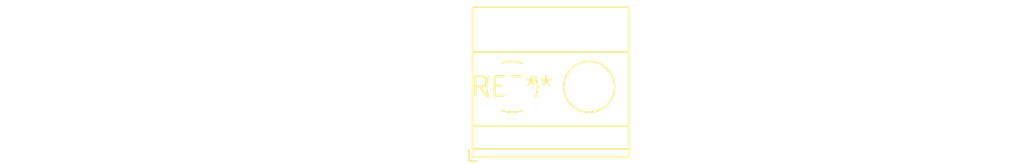
<source format=kicad_pcb>
(kicad_pcb (version 20240108) (generator pcbnew)
  (layers (0 "F.Cu" signal) (31 "B.Cu" signal) (34 "B.Paste" user) (35 "F.Paste" user) (36 "B.SilkS" user "B.Silkscreen") (37 "F.SilkS" user "F.Silkscreen") (38 "B.Mask" user) (39 "F.Mask" user) (44 "Edge.Cuts" user))
  (net 0 "")
  (footprint "TerminalBlock_Phoenix_MKDS-1,5-2-5.08_1x02_P5.08mm_Horizontal" (layer "F.Cu") (at 0 0)
    (property "Reference" "REF**")
    (property "Value" "TerminalBlock_Phoenix_MKDS-1,5-2-5.08_1x02_P5.08mm_Horizontal")
    (fp_line (start -2.84 4.16) (end -2.84 4.9) (layer "F.SilkS") (stroke (width 0.12)))
    (fp_line (start -2.84 4.9) (end -2.34 4.9) (layer "F.SilkS") (stroke (width 0.12)))
    (fp_line (start -2.6 -5.261) (end -2.6 4.66) (layer "F.SilkS") (stroke (width 0.12)))
    (fp_line (start -2.6 -5.261) (end 7.68 -5.261) (layer "F.SilkS") (stroke (width 0.12)))
    (fp_line (start -2.6 -2.301) (end 7.68 -2.301) (layer "F.SilkS") (stroke (width 0.12)))
    (fp_line (start -2.6 2.6) (end 7.68 2.6) (layer "F.SilkS") (stroke (width 0.12)))
    (fp_line (start -2.6 4.1) (end 7.68 4.1) (layer "F.SilkS") (stroke (width 0.12)))
    (fp_line (start -2.6 4.66) (end 7.68 4.66) (layer "F.SilkS") (stroke (width 0.12)))
    (fp_line (start 3.853 1.023) (end 3.806 1.069) (layer "F.SilkS") (stroke (width 0.12)))
    (fp_line (start 4.046 1.239) (end 4.011 1.274) (layer "F.SilkS") (stroke (width 0.12)))
    (fp_line (start 6.15 -1.275) (end 6.115 -1.239) (layer "F.SilkS") (stroke (width 0.12)))
    (fp_line (start 6.355 -1.069) (end 6.308 -1.023) (layer "F.SilkS") (stroke (width 0.12)))
    (fp_line (start 7.68 -5.261) (end 7.68 4.66) (layer "F.SilkS") (stroke (width 0.12)))
    (fp_arc (start -1.535427 0.683042) (mid -1.680501 -0.000524) (end -1.535 -0.684) (layer "F.SilkS") (stroke (width 0.12)))
    (fp_arc (start -0.683042 -1.535427) (mid 0.000524 -1.680501) (end 0.684 -1.535) (layer "F.SilkS") (stroke (width 0.12)))
    (fp_arc (start 0.028805 1.680253) (mid -0.335551 1.646659) (end -0.684 1.535) (layer "F.SilkS") (stroke (width 0.12)))
    (fp_arc (start 0.683318 1.534756) (mid 0.349292 1.643288) (end 0 1.68) (layer "F.SilkS") (stroke (width 0.12)))
    (fp_arc (start 1.535427 -0.683042) (mid 1.680501 0.000524) (end 1.535 0.684) (layer "F.SilkS") (stroke (width 0.12)))
    (fp_circle (center 5.08 0) (end 6.76 0) (layer "F.SilkS") (stroke (width 0.12)) (fill none))
    (pad "1" thru_hole rect (at 0 0) (size 2.6 2.6) (drill 1.3) (layers *.Cu *.Mask) (remove_unused_layers))
    (pad "2" thru_hole circle (at 5.08 0) (size 2.6 2.6) (drill 1.3) (layers *.Cu *.Mask) (remove_unused_layers))
  )
)
</source>
